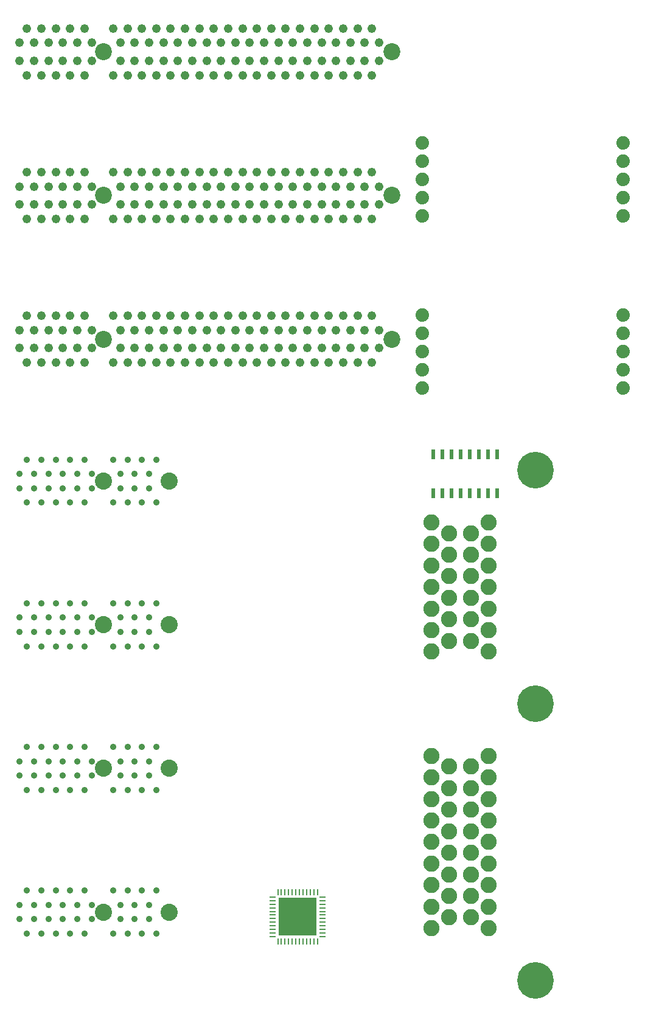
<source format=gbr>
%TF.GenerationSoftware,KiCad,Pcbnew,(7.0.0)*%
%TF.CreationDate,2023-03-21T21:59:13-07:00*%
%TF.ProjectId,backplane-concept,6261636b-706c-4616-9e65-2d636f6e6365,rev?*%
%TF.SameCoordinates,Original*%
%TF.FileFunction,Soldermask,Top*%
%TF.FilePolarity,Negative*%
%FSLAX46Y46*%
G04 Gerber Fmt 4.6, Leading zero omitted, Abs format (unit mm)*
G04 Created by KiCad (PCBNEW (7.0.0)) date 2023-03-21 21:59:13*
%MOMM*%
%LPD*%
G01*
G04 APERTURE LIST*
G04 Aperture macros list*
%AMRoundRect*
0 Rectangle with rounded corners*
0 $1 Rounding radius*
0 $2 $3 $4 $5 $6 $7 $8 $9 X,Y pos of 4 corners*
0 Add a 4 corners polygon primitive as box body*
4,1,4,$2,$3,$4,$5,$6,$7,$8,$9,$2,$3,0*
0 Add four circle primitives for the rounded corners*
1,1,$1+$1,$2,$3*
1,1,$1+$1,$4,$5*
1,1,$1+$1,$6,$7*
1,1,$1+$1,$8,$9*
0 Add four rect primitives between the rounded corners*
20,1,$1+$1,$2,$3,$4,$5,0*
20,1,$1+$1,$4,$5,$6,$7,0*
20,1,$1+$1,$6,$7,$8,$9,0*
20,1,$1+$1,$8,$9,$2,$3,0*%
G04 Aperture macros list end*
%ADD10C,2.387600*%
%ADD11C,0.914400*%
%ADD12C,2.362200*%
%ADD13C,1.219200*%
%ADD14RoundRect,0.062500X-0.337500X-0.062500X0.337500X-0.062500X0.337500X0.062500X-0.337500X0.062500X0*%
%ADD15RoundRect,0.062500X-0.062500X-0.337500X0.062500X-0.337500X0.062500X0.337500X-0.062500X0.337500X0*%
%ADD16R,5.300000X5.300000*%
%ADD17R,0.558800X1.460500*%
%ADD18C,1.879600*%
%ADD19C,2.250000*%
%ADD20C,5.100000*%
G04 APERTURE END LIST*
D10*
%TO.C,J8*%
X71650000Y-161000001D03*
X80800000Y-161000001D03*
D11*
X60000000Y-160000000D03*
X60999999Y-158000001D03*
X61999999Y-160000000D03*
X63000001Y-158000001D03*
X64000000Y-160000000D03*
X64999999Y-158000001D03*
X66000001Y-160000000D03*
X67000000Y-158000001D03*
X67999999Y-160000000D03*
X68999999Y-158000001D03*
X70000000Y-160000000D03*
X73000000Y-158000001D03*
X73999999Y-160000000D03*
X75000001Y-158000001D03*
X76000000Y-160000000D03*
X76999999Y-158000001D03*
X78000001Y-160000000D03*
X79000001Y-158000001D03*
X59999999Y-162000001D03*
X61000000Y-164000002D03*
X62000001Y-162000001D03*
X62999999Y-164000002D03*
X63999999Y-162000001D03*
X65000000Y-164000002D03*
X66000000Y-162000001D03*
X67000001Y-164000002D03*
X67999999Y-162000001D03*
X68999999Y-164000002D03*
X70000000Y-162000001D03*
X73000000Y-164000002D03*
X74000001Y-162000001D03*
X74999999Y-164000002D03*
X75999999Y-162000001D03*
X77000000Y-164000002D03*
X78000000Y-162000001D03*
X79000001Y-164000002D03*
%TD*%
D12*
%TO.C,J4*%
X71649996Y-41250000D03*
X111800004Y-41250000D03*
D13*
X60000000Y-40000000D03*
X61000001Y-38000000D03*
X62000001Y-40000000D03*
X62999999Y-38000000D03*
X64000000Y-40000000D03*
X65000000Y-38000000D03*
X66000001Y-40000000D03*
X67000001Y-38000000D03*
X67999999Y-40000000D03*
X69000000Y-38000000D03*
X70000000Y-40000000D03*
X73000001Y-38000000D03*
X74000001Y-40000000D03*
X74999999Y-38000000D03*
X76000000Y-40000000D03*
X77000000Y-38000000D03*
X78000001Y-40000000D03*
X78999999Y-38000000D03*
X80000000Y-40000000D03*
X81000000Y-38000000D03*
X82000001Y-40000000D03*
X83000001Y-38000000D03*
X83999999Y-40000000D03*
X85000000Y-38000000D03*
X86000000Y-40000000D03*
X87000001Y-38000000D03*
X88000001Y-40000000D03*
X88999999Y-38000000D03*
X90000000Y-40000000D03*
X91000000Y-38000000D03*
X92000001Y-40000000D03*
X93000002Y-38000000D03*
X94000000Y-40000000D03*
X95000000Y-38000000D03*
X96000001Y-40000000D03*
X97000001Y-38000000D03*
X97999999Y-40000000D03*
X99000000Y-38000000D03*
X100000000Y-40000000D03*
X101000001Y-38000000D03*
X102000001Y-40000000D03*
X102999999Y-38000000D03*
X104000000Y-40000000D03*
X105000000Y-38000000D03*
X106000001Y-40000000D03*
X107000001Y-38000000D03*
X107999999Y-40000000D03*
X109000000Y-38000000D03*
X110000001Y-40000000D03*
X60000000Y-42500000D03*
X61000001Y-44500000D03*
X62000001Y-42500000D03*
X62999999Y-44500000D03*
X64000000Y-42500000D03*
X65000000Y-44500000D03*
X66000001Y-42500000D03*
X67000001Y-44500000D03*
X67999999Y-42500000D03*
X69000000Y-44500000D03*
X70000000Y-42500000D03*
X73000001Y-44500000D03*
X74000001Y-42500000D03*
X74999999Y-44500000D03*
X76000000Y-42500000D03*
X77000000Y-44500000D03*
X78000001Y-42500000D03*
X78999999Y-44500000D03*
X80000000Y-42500000D03*
X81000000Y-44500000D03*
X82000001Y-42500000D03*
X83000001Y-44500000D03*
X83999999Y-42500000D03*
X85000000Y-44500000D03*
X86000000Y-42500000D03*
X87000001Y-44500000D03*
X88000001Y-42500000D03*
X88999999Y-44500000D03*
X90000000Y-42500000D03*
X91000000Y-44500000D03*
X92000001Y-42500000D03*
X93000002Y-44500000D03*
X94000000Y-42500000D03*
X95000000Y-44500000D03*
X96000001Y-42500000D03*
X97000001Y-44500000D03*
X97999999Y-42500000D03*
X99000000Y-44500000D03*
X100000000Y-42500000D03*
X101000001Y-44500000D03*
X102000001Y-42500000D03*
X102999999Y-44500000D03*
X104000000Y-42500000D03*
X105000000Y-44500000D03*
X106000001Y-42500000D03*
X107000001Y-44500000D03*
X107999999Y-42500000D03*
X109000000Y-44500000D03*
X110000001Y-42500000D03*
%TD*%
D10*
%TO.C,J7*%
X71650000Y-141000001D03*
X80800000Y-141000001D03*
D11*
X60000000Y-140000000D03*
X60999999Y-138000001D03*
X61999999Y-140000000D03*
X63000001Y-138000001D03*
X64000000Y-140000000D03*
X64999999Y-138000001D03*
X66000001Y-140000000D03*
X67000000Y-138000001D03*
X67999999Y-140000000D03*
X68999999Y-138000001D03*
X70000000Y-140000000D03*
X73000000Y-138000001D03*
X73999999Y-140000000D03*
X75000001Y-138000001D03*
X76000000Y-140000000D03*
X76999999Y-138000001D03*
X78000001Y-140000000D03*
X79000001Y-138000001D03*
X59999999Y-142000001D03*
X61000000Y-144000002D03*
X62000001Y-142000001D03*
X62999999Y-144000002D03*
X63999999Y-142000001D03*
X65000000Y-144000002D03*
X66000000Y-142000001D03*
X67000001Y-144000002D03*
X67999999Y-142000001D03*
X68999999Y-144000002D03*
X70000000Y-142000001D03*
X73000000Y-144000002D03*
X74000001Y-142000001D03*
X74999999Y-144000002D03*
X75999999Y-142000001D03*
X77000000Y-144000002D03*
X78000000Y-142000001D03*
X79000001Y-144000002D03*
%TD*%
D14*
%TO.C,U5*%
X95210000Y-158910000D03*
X95210000Y-159410000D03*
X95210000Y-159910000D03*
X95210000Y-160410000D03*
X95210000Y-160910000D03*
X95210000Y-161410000D03*
X95210000Y-161910000D03*
X95210000Y-162410000D03*
X95210000Y-162910000D03*
X95210000Y-163410000D03*
X95210000Y-163910000D03*
X95210000Y-164410000D03*
D15*
X95910000Y-165110000D03*
X96410000Y-165110000D03*
X96910000Y-165110000D03*
X97410000Y-165110000D03*
X97910000Y-165110000D03*
X98410000Y-165110000D03*
X98910000Y-165110000D03*
X99410000Y-165110000D03*
X99910000Y-165110000D03*
X100410000Y-165110000D03*
X100910000Y-165110000D03*
X101410000Y-165110000D03*
D14*
X102110000Y-164410000D03*
X102110000Y-163910000D03*
X102110000Y-163410000D03*
X102110000Y-162910000D03*
X102110000Y-162410000D03*
X102110000Y-161910000D03*
X102110000Y-161410000D03*
X102110000Y-160910000D03*
X102110000Y-160410000D03*
X102110000Y-159910000D03*
X102110000Y-159410000D03*
X102110000Y-158910000D03*
D15*
X101410000Y-158210000D03*
X100910000Y-158210000D03*
X100410000Y-158210000D03*
X99910000Y-158210000D03*
X99410000Y-158210000D03*
X98910000Y-158210000D03*
X98410000Y-158210000D03*
X97910000Y-158210000D03*
X97410000Y-158210000D03*
X96910000Y-158210000D03*
X96410000Y-158210000D03*
X95910000Y-158210000D03*
D16*
X98659999Y-161659999D03*
%TD*%
D12*
%TO.C,J3*%
X71649996Y-61250000D03*
X111800004Y-61250000D03*
D13*
X60000000Y-60000000D03*
X61000001Y-58000000D03*
X62000001Y-60000000D03*
X62999999Y-58000000D03*
X64000000Y-60000000D03*
X65000000Y-58000000D03*
X66000001Y-60000000D03*
X67000001Y-58000000D03*
X67999999Y-60000000D03*
X69000000Y-58000000D03*
X70000000Y-60000000D03*
X73000001Y-58000000D03*
X74000001Y-60000000D03*
X74999999Y-58000000D03*
X76000000Y-60000000D03*
X77000000Y-58000000D03*
X78000001Y-60000000D03*
X78999999Y-58000000D03*
X80000000Y-60000000D03*
X81000000Y-58000000D03*
X82000001Y-60000000D03*
X83000001Y-58000000D03*
X83999999Y-60000000D03*
X85000000Y-58000000D03*
X86000000Y-60000000D03*
X87000001Y-58000000D03*
X88000001Y-60000000D03*
X88999999Y-58000000D03*
X90000000Y-60000000D03*
X91000000Y-58000000D03*
X92000001Y-60000000D03*
X93000002Y-58000000D03*
X94000000Y-60000000D03*
X95000000Y-58000000D03*
X96000001Y-60000000D03*
X97000001Y-58000000D03*
X97999999Y-60000000D03*
X99000000Y-58000000D03*
X100000000Y-60000000D03*
X101000001Y-58000000D03*
X102000001Y-60000000D03*
X102999999Y-58000000D03*
X104000000Y-60000000D03*
X105000000Y-58000000D03*
X106000001Y-60000000D03*
X107000001Y-58000000D03*
X107999999Y-60000000D03*
X109000000Y-58000000D03*
X110000001Y-60000000D03*
X60000000Y-62500000D03*
X61000001Y-64500000D03*
X62000001Y-62500000D03*
X62999999Y-64500000D03*
X64000000Y-62500000D03*
X65000000Y-64500000D03*
X66000001Y-62500000D03*
X67000001Y-64500000D03*
X67999999Y-62500000D03*
X69000000Y-64500000D03*
X70000000Y-62500000D03*
X73000001Y-64500000D03*
X74000001Y-62500000D03*
X74999999Y-64500000D03*
X76000000Y-62500000D03*
X77000000Y-64500000D03*
X78000001Y-62500000D03*
X78999999Y-64500000D03*
X80000000Y-62500000D03*
X81000000Y-64500000D03*
X82000001Y-62500000D03*
X83000001Y-64500000D03*
X83999999Y-62500000D03*
X85000000Y-64500000D03*
X86000000Y-62500000D03*
X87000001Y-64500000D03*
X88000001Y-62500000D03*
X88999999Y-64500000D03*
X90000000Y-62500000D03*
X91000000Y-64500000D03*
X92000001Y-62500000D03*
X93000002Y-64500000D03*
X94000000Y-62500000D03*
X95000000Y-64500000D03*
X96000001Y-62500000D03*
X97000001Y-64500000D03*
X97999999Y-62500000D03*
X99000000Y-64500000D03*
X100000000Y-62500000D03*
X101000001Y-64500000D03*
X102000001Y-62500000D03*
X102999999Y-64500000D03*
X104000000Y-62500000D03*
X105000000Y-64500000D03*
X106000001Y-62500000D03*
X107000001Y-64500000D03*
X107999999Y-62500000D03*
X109000000Y-64500000D03*
X110000001Y-62500000D03*
%TD*%
D12*
%TO.C,J2*%
X71649996Y-81250000D03*
X111800004Y-81250000D03*
D13*
X60000000Y-80000000D03*
X61000001Y-78000000D03*
X62000001Y-80000000D03*
X62999999Y-78000000D03*
X64000000Y-80000000D03*
X65000000Y-78000000D03*
X66000001Y-80000000D03*
X67000001Y-78000000D03*
X67999999Y-80000000D03*
X69000000Y-78000000D03*
X70000000Y-80000000D03*
X73000001Y-78000000D03*
X74000001Y-80000000D03*
X74999999Y-78000000D03*
X76000000Y-80000000D03*
X77000000Y-78000000D03*
X78000001Y-80000000D03*
X78999999Y-78000000D03*
X80000000Y-80000000D03*
X81000000Y-78000000D03*
X82000001Y-80000000D03*
X83000001Y-78000000D03*
X83999999Y-80000000D03*
X85000000Y-78000000D03*
X86000000Y-80000000D03*
X87000001Y-78000000D03*
X88000001Y-80000000D03*
X88999999Y-78000000D03*
X90000000Y-80000000D03*
X91000000Y-78000000D03*
X92000001Y-80000000D03*
X93000002Y-78000000D03*
X94000000Y-80000000D03*
X95000000Y-78000000D03*
X96000001Y-80000000D03*
X97000001Y-78000000D03*
X97999999Y-80000000D03*
X99000000Y-78000000D03*
X100000000Y-80000000D03*
X101000001Y-78000000D03*
X102000001Y-80000000D03*
X102999999Y-78000000D03*
X104000000Y-80000000D03*
X105000000Y-78000000D03*
X106000001Y-80000000D03*
X107000001Y-78000000D03*
X107999999Y-80000000D03*
X109000000Y-78000000D03*
X110000001Y-80000000D03*
X60000000Y-82500000D03*
X61000001Y-84500000D03*
X62000001Y-82500000D03*
X62999999Y-84500000D03*
X64000000Y-82500000D03*
X65000000Y-84500000D03*
X66000001Y-82500000D03*
X67000001Y-84500000D03*
X67999999Y-82500000D03*
X69000000Y-84500000D03*
X70000000Y-82500000D03*
X73000001Y-84500000D03*
X74000001Y-82500000D03*
X74999999Y-84500000D03*
X76000000Y-82500000D03*
X77000000Y-84500000D03*
X78000001Y-82500000D03*
X78999999Y-84500000D03*
X80000000Y-82500000D03*
X81000000Y-84500000D03*
X82000001Y-82500000D03*
X83000001Y-84500000D03*
X83999999Y-82500000D03*
X85000000Y-84500000D03*
X86000000Y-82500000D03*
X87000001Y-84500000D03*
X88000001Y-82500000D03*
X88999999Y-84500000D03*
X90000000Y-82500000D03*
X91000000Y-84500000D03*
X92000001Y-82500000D03*
X93000002Y-84500000D03*
X94000000Y-82500000D03*
X95000000Y-84500000D03*
X96000001Y-82500000D03*
X97000001Y-84500000D03*
X97999999Y-82500000D03*
X99000000Y-84500000D03*
X100000000Y-82500000D03*
X101000001Y-84500000D03*
X102000001Y-82500000D03*
X102999999Y-84500000D03*
X104000000Y-82500000D03*
X105000000Y-84500000D03*
X106000001Y-82500000D03*
X107000001Y-84500000D03*
X107999999Y-82500000D03*
X109000000Y-84500000D03*
X110000001Y-82500000D03*
%TD*%
D17*
%TO.C,U3*%
X117554999Y-102724149D03*
X118824999Y-102724149D03*
X120094999Y-102724149D03*
X121364999Y-102724149D03*
X122634999Y-102724149D03*
X123904999Y-102724149D03*
X125174999Y-102724149D03*
X126444999Y-102724149D03*
X126444999Y-97275849D03*
X125174999Y-97275849D03*
X123904999Y-97275849D03*
X122634999Y-97275849D03*
X121364999Y-97275849D03*
X120094999Y-97275849D03*
X118824999Y-97275849D03*
X117554999Y-97275849D03*
%TD*%
D10*
%TO.C,J6*%
X71650000Y-121000001D03*
X80800000Y-121000001D03*
D11*
X60000000Y-120000000D03*
X60999999Y-118000001D03*
X61999999Y-120000000D03*
X63000001Y-118000001D03*
X64000000Y-120000000D03*
X64999999Y-118000001D03*
X66000001Y-120000000D03*
X67000000Y-118000001D03*
X67999999Y-120000000D03*
X68999999Y-118000001D03*
X70000000Y-120000000D03*
X73000000Y-118000001D03*
X73999999Y-120000000D03*
X75000001Y-118000001D03*
X76000000Y-120000000D03*
X76999999Y-118000001D03*
X78000001Y-120000000D03*
X79000001Y-118000001D03*
X59999999Y-122000001D03*
X61000000Y-124000002D03*
X62000001Y-122000001D03*
X62999999Y-124000002D03*
X63999999Y-122000001D03*
X65000000Y-124000002D03*
X66000000Y-122000001D03*
X67000001Y-124000002D03*
X67999999Y-122000001D03*
X68999999Y-124000002D03*
X70000000Y-122000001D03*
X73000000Y-124000002D03*
X74000001Y-122000001D03*
X74999999Y-124000002D03*
X75999999Y-122000001D03*
X77000000Y-124000002D03*
X78000000Y-122000001D03*
X79000001Y-124000002D03*
%TD*%
D18*
%TO.C,U2*%
X143970000Y-64080000D03*
X143970000Y-61540000D03*
X143970000Y-59000000D03*
X143970000Y-56460000D03*
X143970000Y-53920000D03*
X116030000Y-53920000D03*
X116030000Y-56460000D03*
X116030000Y-59000000D03*
X116030000Y-61540000D03*
X116030000Y-64080000D03*
%TD*%
D19*
%TO.C,J1*%
X117250000Y-163250000D03*
X117250000Y-160250000D03*
X117250000Y-157250000D03*
X117250000Y-154250000D03*
X117250000Y-151250000D03*
X117250000Y-148250000D03*
X117250000Y-145250000D03*
X117250000Y-142250000D03*
X117250000Y-139250000D03*
X119750000Y-161750000D03*
X119750000Y-158750000D03*
X119750000Y-155750000D03*
X119750000Y-152750000D03*
X119750000Y-149750000D03*
X119750000Y-146750000D03*
X119750000Y-143750000D03*
X119750000Y-140750000D03*
X122750000Y-161750000D03*
X122750000Y-158750000D03*
X122750000Y-155750000D03*
X122750000Y-152750000D03*
X122750000Y-149750000D03*
X122750000Y-146750000D03*
X122750000Y-143750000D03*
X122750000Y-140750000D03*
X125250000Y-163250000D03*
X125250000Y-160250000D03*
X125250000Y-157250000D03*
X125250000Y-154250000D03*
X125250000Y-151250000D03*
X125250000Y-148250000D03*
X125250000Y-145250000D03*
X125250000Y-142250000D03*
X125250000Y-139250000D03*
X117250000Y-124750000D03*
X117250000Y-121750000D03*
X117250000Y-118750000D03*
X117250000Y-115750000D03*
X117250000Y-112750000D03*
X117250000Y-109750000D03*
X117250000Y-106750000D03*
X119750000Y-123250000D03*
X119750000Y-120250000D03*
X119750000Y-117250000D03*
X119750000Y-114250000D03*
X119750000Y-111250000D03*
X119750000Y-108250000D03*
X122750000Y-123250000D03*
X122750000Y-120250000D03*
X122750000Y-117250000D03*
X122750000Y-114250000D03*
X122750000Y-111250000D03*
X122750000Y-108250000D03*
X125250000Y-124750000D03*
X125250000Y-121750000D03*
X125250000Y-118750000D03*
X125250000Y-115750000D03*
X125250000Y-112750000D03*
X125250000Y-109750000D03*
X125250000Y-106750000D03*
D20*
X131750000Y-170500000D03*
X131750000Y-132000000D03*
X131750000Y-99500000D03*
%TD*%
D18*
%TO.C,U1*%
X143970000Y-88080000D03*
X143970000Y-85540000D03*
X143970000Y-83000000D03*
X143970000Y-80460000D03*
X143970000Y-77920000D03*
X116030000Y-77920000D03*
X116030000Y-80460000D03*
X116030000Y-83000000D03*
X116030000Y-85540000D03*
X116030000Y-88080000D03*
%TD*%
D10*
%TO.C,J5*%
X71650000Y-101000001D03*
X80800000Y-101000001D03*
D11*
X60000000Y-100000000D03*
X60999999Y-98000001D03*
X61999999Y-100000000D03*
X63000001Y-98000001D03*
X64000000Y-100000000D03*
X64999999Y-98000001D03*
X66000001Y-100000000D03*
X67000000Y-98000001D03*
X67999999Y-100000000D03*
X68999999Y-98000001D03*
X70000000Y-100000000D03*
X73000000Y-98000001D03*
X73999999Y-100000000D03*
X75000001Y-98000001D03*
X76000000Y-100000000D03*
X76999999Y-98000001D03*
X78000001Y-100000000D03*
X79000001Y-98000001D03*
X59999999Y-102000001D03*
X61000000Y-104000002D03*
X62000001Y-102000001D03*
X62999999Y-104000002D03*
X63999999Y-102000001D03*
X65000000Y-104000002D03*
X66000000Y-102000001D03*
X67000001Y-104000002D03*
X67999999Y-102000001D03*
X68999999Y-104000002D03*
X70000000Y-102000001D03*
X73000000Y-104000002D03*
X74000001Y-102000001D03*
X74999999Y-104000002D03*
X75999999Y-102000001D03*
X77000000Y-104000002D03*
X78000000Y-102000001D03*
X79000001Y-104000002D03*
%TD*%
M02*

</source>
